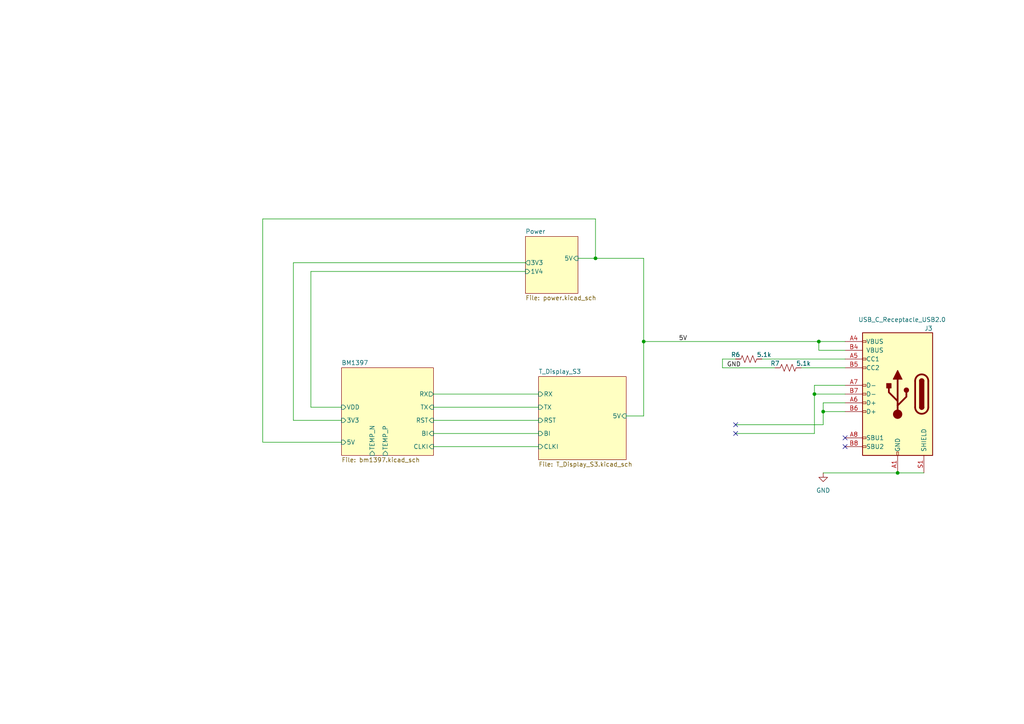
<source format=kicad_sch>
(kicad_sch (version 20231120) (generator "eeschema") (generator_version "8.0")
  (paper "A4")
  (lib_symbols
    (symbol "Device:R_US" (pin_numbers hide) (pin_names (offset 0))
      (property "Reference" "R" (at 2.54 0 90))
      (property "Value" "R_US" (at -2.54 0 90))
      (symbol "R_US_0_1"
        (polyline (pts (xy 0 -2.286) (xy 0 -2.54)))
        (polyline (pts (xy 0 2.286) (xy 0 2.54)))
        (polyline (pts (xy 0 -0.762) (xy 1.016 -1.143) (xy 0 -1.524) (xy -1.016 -1.905) (xy 0 -2.286)))
        (polyline (pts (xy 0 0.762) (xy 1.016 0.381) (xy 0 0) (xy -1.016 -0.381) (xy 0 -0.762)))
        (polyline (pts (xy 0 2.286) (xy 1.016 1.905) (xy 0 1.524) (xy -1.016 1.143) (xy 0 0.762)))
      )
      (symbol "R_US_1_1"
        (pin passive line (at 0 3.81 270) (length 1.27) (name "~") (number "1"))
        (pin passive line (at 0 -3.81 90) (length 1.27) (name "~") (number "2"))
      )
    )
    (symbol "bitaxe:USB_C_Receptacle_USB2.0" (pin_names (offset 1.016))
      (property "Reference" "J" (at -10.16 19.05 0))
      (property "Value" "USB_C_Receptacle_USB2.0" (at 19.05 19.05 0))
      (symbol "USB_C_Receptacle_USB2.0_0_0"
        (rectangle (start -0.254 -17.78) (end 0.254 -16.764))
        (rectangle (start 10.16 -14.986) (end 9.144 -15.494))
        (rectangle (start 10.16 -12.446) (end 9.144 -12.954))
        (rectangle (start 10.16 -4.826) (end 9.144 -5.334))
        (rectangle (start 10.16 -2.286) (end 9.144 -2.794))
        (rectangle (start 10.16 0.254) (end 9.144 -0.254))
        (rectangle (start 10.16 2.794) (end 9.144 2.286))
        (rectangle (start 10.16 7.874) (end 9.144 7.366))
        (rectangle (start 10.16 10.414) (end 9.144 9.906))
        (rectangle (start 10.16 15.494) (end 9.144 14.986))
      )
      (symbol "USB_C_Receptacle_USB2.0_0_1"
        (rectangle (start -10.16 17.78) (end 10.16 -17.78) (stroke (width 0.254)) (fill (type background)))
        (arc (start -8.89 -3.81) (mid -6.985 -5.7067) (end -5.08 -3.81) (stroke (width 0.508)))
        (arc (start -7.62 -3.81) (mid -6.985 -4.4423) (end -6.35 -3.81) (stroke (width 0.254)))
        (arc (start -7.62 -3.81) (mid -6.985 -4.4423) (end -6.35 -3.81) (stroke (width 0.254)) (fill (type outline)))
        (rectangle (start -7.62 -3.81) (end -6.35 3.81) (stroke (width 0.254)) (fill (type outline)))
        (arc (start -6.35 3.81) (mid -6.985 4.4423) (end -7.62 3.81) (stroke (width 0.254)))
        (arc (start -6.35 3.81) (mid -6.985 4.4423) (end -7.62 3.81) (stroke (width 0.254)) (fill (type outline)))
        (arc (start -5.08 3.81) (mid -6.985 5.7067) (end -8.89 3.81) (stroke (width 0.508)))
        (circle (center -2.54 1.143) (radius 0.635) (stroke (width 0.254)) (fill (type outline)))
        (circle (center 0 -5.842) (radius 1.27) (fill (type outline)))
        (polyline (pts (xy -8.89 -3.81) (xy -8.89 3.81)) (stroke (width 0.508)))
        (polyline (pts (xy -5.08 3.81) (xy -5.08 -3.81)) (stroke (width 0.508)))
        (polyline (pts (xy 0 -5.842) (xy 0 4.318)) (stroke (width 0.508)))
        (polyline (pts (xy 0 -3.302) (xy -2.54 -0.762) (xy -2.54 0.508)) (stroke (width 0.508)))
        (polyline (pts (xy 0 -2.032) (xy 2.54 0.508) (xy 2.54 1.778)) (stroke (width 0.508)))
        (polyline (pts (xy -1.27 4.318) (xy 0 6.858) (xy 1.27 4.318) (xy -1.27 4.318)) (stroke (width 0.254)) (fill (type outline)))
        (rectangle (start 1.905 1.778) (end 3.175 3.048) (stroke (width 0.254)) (fill (type outline)))
      )
      (symbol "USB_C_Receptacle_USB2.0_1_1"
        (pin passive line (at 0 -22.86 90) (length 5.08) (name "GND") (number "A1"))
        (pin passive line (at 15.24 15.24 180) (length 5.08) (name "VBUS") (number "A4"))
        (pin bidirectional line (at 15.24 10.16 180) (length 5.08) (name "CC1") (number "A5"))
        (pin bidirectional line (at 15.24 -2.54 180) (length 5.08) (name "D+") (number "A6"))
        (pin bidirectional line (at 15.24 2.54 180) (length 5.08) (name "D-") (number "A7"))
        (pin bidirectional line (at 15.24 -12.7 180) (length 5.08) (name "SBU1") (number "A8"))
        (pin passive line (at 0 -22.86 90) (length 5.08) hide (name "GND") (number "B1"))
        (pin passive line (at 15.24 12.7 180) (length 5.08) (name "VBUS") (number "B4"))
        (pin bidirectional line (at 15.24 7.62 180) (length 5.08) (name "CC2") (number "B5"))
        (pin bidirectional line (at 15.24 -5.08 180) (length 5.08) (name "D+") (number "B6"))
        (pin bidirectional line (at 15.24 0 180) (length 5.08) (name "D-") (number "B7"))
        (pin bidirectional line (at 15.24 -15.24 180) (length 5.08) (name "SBU2") (number "B8"))
        (pin passive line (at -7.62 -22.86 90) (length 5.08) (name "SHIELD") (number "S1"))
      )
    )
    (symbol "power:GND" (power) (pin_numbers hide) (pin_names (offset 0) hide)
      (property "Value" "GND" (at 0 -3.81 0))
      (symbol "GND_0_1"
        (polyline (pts (xy 0 0) (xy 0 -1.27) (xy 1.27 -1.27) (xy 0 -2.54) (xy -1.27 -1.27) (xy 0 -1.27)))
      )
      (symbol "GND_1_1"
        (pin power_in line (at 0 0 270) (length 0) (name "~") (number "1"))
      )
    )
  )
  (junction (at 172.72 74.93))
  (junction (at 238.76 119.38))
  (junction (at 236.22 114.3))
  (junction (at 260.35 137.16))
  (junction (at 186.69 99.06))
  (junction (at 237.49 99.06))
  (no_connect (at 213.36 125.73))
  (no_connect (at 213.36 123.19))
  (no_connect (at 245.11 127))
  (no_connect (at 245.11 129.54))
  (wire (pts (xy 172.72 74.93) (xy 172.72 63.5)))
  (wire (pts (xy 232.41 106.68) (xy 245.11 106.68)))
  (wire (pts (xy 238.76 116.84) (xy 245.11 116.84)))
  (wire (pts (xy 181.61 120.65) (xy 186.69 120.65)))
  (wire (pts (xy 76.2 128.27) (xy 99.06 128.27)))
  (wire (pts (xy 152.4 76.2) (xy 85.09 76.2)))
  (wire (pts (xy 238.76 119.38) (xy 245.11 119.38)))
  (wire (pts (xy 236.22 111.76) (xy 236.22 114.3)))
  (wire (pts (xy 238.76 137.16) (xy 260.35 137.16)))
  (wire (pts (xy 224.79 106.68) (xy 209.55 106.68)))
  (wire (pts (xy 236.22 114.3) (xy 236.22 125.73)))
  (wire (pts (xy 236.22 114.3) (xy 245.11 114.3)))
  (wire (pts (xy 213.36 125.73) (xy 236.22 125.73)))
  (wire (pts (xy 152.4 78.74) (xy 90.17 78.74)))
  (wire (pts (xy 125.73 118.11) (xy 156.21 118.11)))
  (wire (pts (xy 209.55 106.68) (xy 209.55 104.14)))
  (wire (pts (xy 76.2 63.5) (xy 76.2 128.27)))
  (wire (pts (xy 172.72 74.93) (xy 167.64 74.93)))
  (wire (pts (xy 237.49 99.06) (xy 237.49 101.6)))
  (wire (pts (xy 125.73 125.73) (xy 156.21 125.73)))
  (wire (pts (xy 237.49 101.6) (xy 245.11 101.6)))
  (wire (pts (xy 85.09 121.92) (xy 99.06 121.92)))
  (wire (pts (xy 172.72 63.5) (xy 76.2 63.5)))
  (wire (pts (xy 220.98 104.14) (xy 245.11 104.14)))
  (wire (pts (xy 85.09 76.2) (xy 85.09 121.92)))
  (wire (pts (xy 245.11 111.76) (xy 236.22 111.76)))
  (wire (pts (xy 125.73 121.92) (xy 156.21 121.92)))
  (wire (pts (xy 125.73 114.3) (xy 156.21 114.3)))
  (wire (pts (xy 238.76 123.19) (xy 238.76 119.38)))
  (wire (pts (xy 186.69 99.06) (xy 186.69 120.65)))
  (wire (pts (xy 90.17 78.74) (xy 90.17 118.11)))
  (wire (pts (xy 238.76 119.38) (xy 238.76 116.84)))
  (wire (pts (xy 186.69 74.93) (xy 172.72 74.93)))
  (wire (pts (xy 125.73 129.54) (xy 156.21 129.54)))
  (wire (pts (xy 213.36 123.19) (xy 238.76 123.19)))
  (wire (pts (xy 186.69 74.93) (xy 186.69 99.06)))
  (wire (pts (xy 186.69 99.06) (xy 237.49 99.06)))
  (wire (pts (xy 260.35 137.16) (xy 267.97 137.16)))
  (wire (pts (xy 90.17 118.11) (xy 99.06 118.11)))
  (wire (pts (xy 209.55 104.14) (xy 213.36 104.14)))
  (wire (pts (xy 237.49 99.06) (xy 245.11 99.06)))
  (label "5V" (at 196.85 99.06 0))
  (label "GND" (at 210.82 106.68 0))
  (symbol (lib_id "bitaxe:USB_C_Receptacle_USB2.0") (at 260.35 114.3 0) (mirror y) (unit 1)
    (property "Reference" "J3" (at 270.51 95.25 0) (effects (justify left)))
    (property "Value" "USB_C_Receptacle_USB2.0" (at 248.92 92.71 0) (effects (justify right)))
    (property "Footprint" "Connector_USB:USB_C_Receptacle_GCT_USB4105-xx-A_16P_TopMnt_Horizontal" (effects (hide yes)))
    (property "Datasheet" "https://www.usb.org/sites/default/files/documents/usb_type-c.zip" (effects (hide yes)))
    (property "DK" "2073-USB4105-GF-ACT-ND" (effects (hide yes)))
    (property "PARTNO" "USB4105-GF-A" (effects (hide yes)))
  )
  (symbol (lib_id "power:GND") (at 238.76 137.16 0) (unit 1)
    (property "Reference" "#PWR04" (effects (hide yes)))
    (property "Value" "GND" (at 238.76 142.24 0))
    (property "Description" "Power symbol creates a global label with name \"GND\" , ground" (effects (hide yes)))
  )
  (symbol (lib_id "Device:R_US") (at 217.17 104.14 90) (unit 1)
    (property "Reference" "R6" (at 213.36 102.87 90))
    (property "Value" "5.1k" (at 221.615 102.87 90))
    (property "Footprint" "Resistor_SMD:R_0402_1005Metric" (effects (hide yes)))
    (property "DK" "RMCF0402JT5K10CT-ND" (effects (hide yes)))
    (property "PARTNO" "RMCF0402JT5K10" (effects (hide yes)))
  )
  (symbol (lib_id "Device:R_US") (at 228.6 106.68 90) (unit 1)
    (property "Reference" "R7" (at 224.79 105.41 90))
    (property "Value" "5.1k" (at 233.045 105.41 90))
    (property "Footprint" "Resistor_SMD:R_0402_1005Metric" (effects (hide yes)))
    (property "DK" "RMCF0402JT5K10CT-ND" (effects (hide yes)))
    (property "PARTNO" "RMCF0402JT5K10" (effects (hide yes)))
  )
  (sheet (at 99.06 106.68) (size 26.67 25.4) (stroke (width 0.1524)) (fill (color 255 255 194 1.0000))
    (property "Sheetname" "BM1397" (at 99.06 105.9684 0) (effects (justify left bottom)))
    (property "Sheetfile" "bm1397.kicad_sch" (at 99.06 132.6646 0) (effects (justify left top)))
    (pin "VDD" input (at 99.06 118.11 180))
    (pin "TEMP_N" input (at 107.95 132.08 270))
    (pin "TEMP_P" input (at 111.76 132.08 270))
    (pin "TX" input (at 125.73 118.11 0))
    (pin "3V3" input (at 99.06 121.92 180))
    (pin "BI" input (at 125.73 125.73 0))
    (pin "RX" output (at 125.73 114.3 0))
    (pin "RST" input (at 125.73 121.92 0))
    (pin "CLKI" input (at 125.73 129.54 0))
    (pin "5V" input (at 99.06 128.27 180))
  )
  (sheet (at 152.4 68.58) (size 15.24 16.51) (stroke (width 0.1524)) (fill (color 255 255 194 1.0000))
    (property "Sheetname" "Power" (at 152.4 67.8684 0) (effects (justify left bottom)))
    (property "Sheetfile" "power.kicad_sch" (at 152.4 85.6746 0) (effects (justify left top)))
    (pin "5V" input (at 167.64 74.93 0))
    (pin "3V3" output (at 152.4 76.2 180))
    (pin "1V4" input (at 152.4 78.74 180))
  )
  (sheet (at 156.21 109.22) (size 25.4 24.13) (stroke (width 0.1524)) (fill (color 255 255 194 1.0000))
    (property "Sheetname" "T_Display_S3" (at 156.21 108.5084 0) (effects (justify left bottom)))
    (property "Sheetfile" "T_Display_S3.kicad_sch" (at 156.21 133.9346 0) (effects (justify left top)))
    (pin "5V" input (at 181.61 120.65 0))
    (pin "RX" input (at 156.21 114.3 180))
    (pin "TX" input (at 156.21 118.11 180))
    (pin "RST" input (at 156.21 121.92 180))
    (pin "BI" input (at 156.21 125.73 180))
    (pin "CLKI" input (at 156.21 129.54 180))
  )
)
</source>
